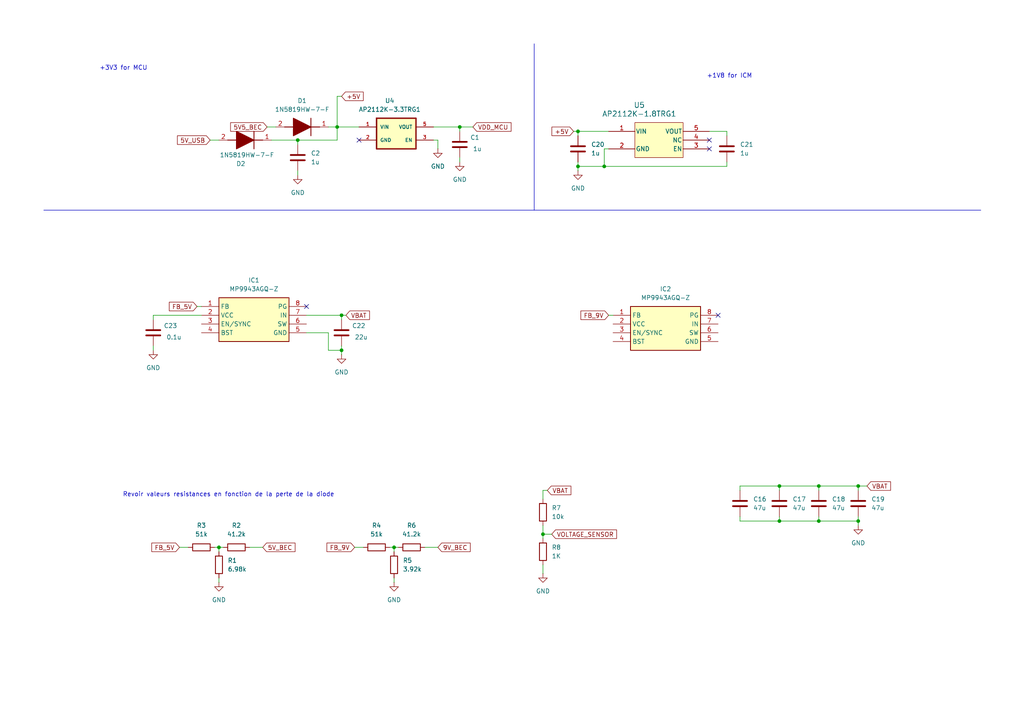
<source format=kicad_sch>
(kicad_sch (version 20250114) (generator "eeschema") (generator_version "9.0")
  (paper "A4")
  (lib_symbols
    (symbol "Device:C" (pin_numbers (hide yes)) (pin_names (offset 0.254))
      (property "Reference" "C" (at 0.635 2.54 0))
      (property "Value" "C" (at 0.635 -2.54 0))
      (symbol "C_0_1"
        (polyline (pts (xy -2.032 0.762) (xy 2.032 0.762)) (stroke (width 0.508)))
        (polyline (pts (xy -2.032 -0.762) (xy 2.032 -0.762)) (stroke (width 0.508)))
      )
      (symbol "C_1_1"
        (pin passive line (at 0 3.81 270) (length 2.794) (name "~") (number "1"))
        (pin passive line (at 0 -3.81 90) (length 2.794) (name "~") (number "2"))
      )
    )
    (symbol "Device:R" (pin_numbers (hide yes)) (pin_names (offset 0))
      (property "Reference" "R" (at 2.032 0 90))
      (property "Value" "R" (at 0 0 90))
      (symbol "R_0_1"
        (rectangle (start -1.016 -2.54) (end 1.016 2.54) (stroke (width 0.254)))
      )
      (symbol "R_1_1"
        (pin passive line (at 0 3.81 270) (length 1.27) (name "~") (number "1"))
        (pin passive line (at 0 -3.81 90) (length 1.27) (name "~") (number "2"))
      )
    )
    (symbol "fcg4:1N5819HW-7-F" (pin_names (hide yes))
      (property "Reference" "D" (at 1.016 6.858 0))
      (property "Value" "1N5819HW-7-F" (at 1.016 4.826 0))
      (symbol "1N5819HW-7-F_1_1"
        (polyline (pts (xy 2.54 0) (xy 5.08 0)) (stroke (width 0.254)))
        (polyline (pts (xy 5.08 2.54) (xy 5.08 -2.54)) (stroke (width 0.254)))
        (polyline (pts (xy 5.08 0) (xy 10.16 2.54) (xy 10.16 -2.54) (xy 5.08 0)) (stroke (width 0.254)) (fill (type outline)))
        (polyline (pts (xy 10.16 0) (xy 12.7 0)) (stroke (width 0.254)))
        (pin passive line (at 0 0 0) (length 2.54) (name "K") (number "1"))
        (pin passive line (at 15.24 0 180) (length 2.54) (name "A") (number "2"))
      )
    )
    (symbol "fcg4:AP2112K-1.8TRG1" (pin_names (offset 0.254))
      (property "Reference" "U" (at 20.32 10.16 0))
      (property "Value" "AP2112K-1.8TRG1" (at 20.32 7.62 0))
      (symbol "AP2112K-1.8TRG1_0_1"
        (pin unspecified line (at 11.43 2.54 0) (length 7.62) (name "VIN") (number "1"))
        (pin unspecified line (at 11.43 -2.54 0) (length 7.62) (name "GND") (number "2"))
        (pin unspecified line (at 40.64 2.54 180) (length 7.62) (name "VOUT") (number "5"))
        (pin unspecified line (at 40.64 0 180) (length 7.62) (name "NC") (number "4"))
        (pin unspecified line (at 40.64 -2.54 180) (length 7.62) (name "EN") (number "3"))
      )
      (symbol "AP2112K-1.8TRG1_1_1"
        (rectangle (start 19.05 5.08) (end 33.02 -5.08) (fill (type background)))
      )
    )
    (symbol "fcg4:AP2112K-3.3TRG1" (pin_names (offset 1.016))
      (property "Reference" "U" (at -7.663 8.6476 0))
      (property "Value" "AP2112K-3.3TRG1" (at -7.6489 -11.6507 0))
      (symbol "AP2112K-3.3TRG1_0_0"
        (rectangle (start -3.81 7.62) (end 7.62 -1.27) (stroke (width 0.41)) (fill (type background)))
        (pin power_in line (at -8.89 5.08 0) (length 5.08) (name "VIN") (number "1"))
        (pin power_in line (at -8.89 1.27 0) (length 5.08) (name "GND") (number "2"))
        (pin power_in line (at 12.7 5.08 180) (length 5.08) (name "VOUT") (number "5"))
        (pin input line (at 12.7 1.27 180) (length 5.08) (name "EN") (number "3"))
      )
    )
    (symbol "fcg4:MP9943AGQ-Z"
      (property "Reference" "IC" (at 26.67 7.62 0))
      (property "Value" "MP9943AGQ-Z" (at 26.67 5.08 0))
      (symbol "MP9943AGQ-Z_1_1"
        (rectangle (start 5.08 2.54) (end 25.4 -10.16) (stroke (width 0.254)) (fill (type background)))
        (pin passive line (at 0 0 0) (length 5.08) (name "FB") (number "1"))
        (pin passive line (at 0 -2.54 0) (length 5.08) (name "VCC") (number "2"))
        (pin passive line (at 0 -5.08 0) (length 5.08) (name "EN/SYNC") (number "3"))
        (pin passive line (at 0 -7.62 0) (length 5.08) (name "BST") (number "4"))
        (pin passive line (at 30.48 0 180) (length 5.08) (name "PG") (number "8"))
        (pin passive line (at 30.48 -2.54 180) (length 5.08) (name "IN") (number "7"))
        (pin passive line (at 30.48 -5.08 180) (length 5.08) (name "SW") (number "6"))
        (pin passive line (at 30.48 -7.62 180) (length 5.08) (name "GND") (number "5"))
      )
    )
    (symbol "power:GND" (power) (pin_numbers (hide yes)) (pin_names (offset 0) (hide yes))
      (property "Value" "GND" (at 0 -3.81 0))
      (symbol "GND_0_1"
        (polyline (pts (xy 0 0) (xy 0 -1.27) (xy 1.27 -1.27) (xy 0 -2.54) (xy -1.27 -1.27) (xy 0 -1.27)))
      )
      (symbol "GND_1_1"
        (pin power_in line (at 0 0 270) (length 0) (name "~") (number "1"))
      )
    )
  )
  (text "+3V3 for MCU\n" (at 35.814 19.812 0) (effects (font (size 1.27 1.27))))
  (text "+1V8 for ICM" (at 211.582 22.098 0) (effects (font (size 1.27 1.27))))
  (text "Revoir valeurs resistances en fonction de la perte de la diode\n" (at 66.294 143.51 0) (effects (font (size 1.27 1.27))))
  (junction (at 248.92 151.13))
  (junction (at 237.49 140.97))
  (junction (at 157.48 154.94))
  (junction (at 175.26 48.26))
  (junction (at 237.49 151.13))
  (junction (at 226.06 140.97))
  (junction (at 86.36 40.64))
  (junction (at 99.06 91.44))
  (junction (at 114.3 158.75))
  (junction (at 167.64 38.1))
  (junction (at 97.79 36.83))
  (junction (at 63.5 158.75))
  (junction (at 167.64 48.26))
  (junction (at 99.06 101.6))
  (junction (at 133.35 36.83))
  (junction (at 226.06 151.13))
  (junction (at 248.92 140.97))
  (no_connect (at 205.74 40.64))
  (no_connect (at 205.74 43.18))
  (no_connect (at 208.28 91.44))
  (no_connect (at 104.14 40.64))
  (no_connect (at 88.9 88.9))
  (wire (pts (xy 95.25 101.6) (xy 99.06 101.6)))
  (wire (pts (xy 226.06 140.97) (xy 226.06 142.24)))
  (wire (pts (xy 248.92 140.97) (xy 248.92 142.24)))
  (wire (pts (xy 167.64 49.53) (xy 167.64 48.26)))
  (wire (pts (xy 133.35 36.83) (xy 137.16 36.83)))
  (wire (pts (xy 97.79 36.83) (xy 97.79 40.64)))
  (wire (pts (xy 86.36 49.53) (xy 86.36 50.8)))
  (wire (pts (xy 158.75 142.24) (xy 157.48 142.24)))
  (wire (pts (xy 226.06 140.97) (xy 237.49 140.97)))
  (wire (pts (xy 77.47 36.83) (xy 80.01 36.83)))
  (wire (pts (xy 113.03 158.75) (xy 114.3 158.75)))
  (wire (pts (xy 60.96 40.64) (xy 63.5 40.64)))
  (wire (pts (xy 52.07 158.75) (xy 54.61 158.75)))
  (wire (pts (xy 44.45 100.33) (xy 44.45 101.6)))
  (wire (pts (xy 157.48 154.94) (xy 160.02 154.94)))
  (wire (pts (xy 127 43.18) (xy 127 40.64)))
  (wire (pts (xy 237.49 149.86) (xy 237.49 151.13)))
  (wire (pts (xy 248.92 149.86) (xy 248.92 151.13)))
  (wire (pts (xy 86.36 40.64) (xy 86.36 41.91)))
  (wire (pts (xy 62.23 158.75) (xy 63.5 158.75)))
  (wire (pts (xy 88.9 96.52) (xy 95.25 96.52)))
  (wire (pts (xy 123.19 158.75) (xy 127 158.75)))
  (wire (pts (xy 167.64 48.26) (xy 175.26 48.26)))
  (wire (pts (xy 214.63 140.97) (xy 226.06 140.97)))
  (wire (pts (xy 175.26 43.18) (xy 175.26 48.26)))
  (wire (pts (xy 63.5 158.75) (xy 63.5 160.02)))
  (wire (pts (xy 210.82 39.37) (xy 210.82 38.1)))
  (wire (pts (xy 57.15 88.9) (xy 58.42 88.9)))
  (wire (pts (xy 44.45 92.71) (xy 44.45 91.44)))
  (wire (pts (xy 125.73 36.83) (xy 133.35 36.83)))
  (wire (pts (xy 97.79 27.94) (xy 97.79 36.83)))
  (wire (pts (xy 72.39 158.75) (xy 76.2 158.75)))
  (wire (pts (xy 176.53 91.44) (xy 177.8 91.44)))
  (wire (pts (xy 157.48 142.24) (xy 157.48 144.78)))
  (wire (pts (xy 166.37 38.1) (xy 167.64 38.1)))
  (wire (pts (xy 63.5 158.75) (xy 64.77 158.75)))
  (wire (pts (xy 251.46 140.97) (xy 248.92 140.97)))
  (wire (pts (xy 157.48 163.83) (xy 157.48 166.37)))
  (wire (pts (xy 78.74 40.64) (xy 86.36 40.64)))
  (wire (pts (xy 210.82 48.26) (xy 175.26 48.26)))
  (wire (pts (xy 127 40.64) (xy 125.73 40.64)))
  (wire (pts (xy 167.64 38.1) (xy 167.64 39.37)))
  (wire (pts (xy 99.06 91.44) (xy 88.9 91.44)))
  (wire (pts (xy 99.06 101.6) (xy 99.06 102.87)))
  (wire (pts (xy 95.25 36.83) (xy 97.79 36.83)))
  (wire (pts (xy 226.06 151.13) (xy 237.49 151.13)))
  (wire (pts (xy 99.06 27.94) (xy 97.79 27.94)))
  (wire (pts (xy 237.49 151.13) (xy 248.92 151.13)))
  (wire (pts (xy 99.06 92.71) (xy 99.06 91.44)))
  (wire (pts (xy 44.45 91.44) (xy 58.42 91.44)))
  (wire (pts (xy 114.3 167.64) (xy 114.3 168.91)))
  (wire (pts (xy 133.35 36.83) (xy 133.35 38.1)))
  (wire (pts (xy 214.63 149.86) (xy 214.63 151.13)))
  (wire (pts (xy 248.92 151.13) (xy 248.92 152.4)))
  (wire (pts (xy 176.53 38.1) (xy 167.64 38.1)))
  (wire (pts (xy 176.53 43.18) (xy 175.26 43.18)))
  (wire (pts (xy 133.35 45.72) (xy 133.35 46.99)))
  (wire (pts (xy 114.3 158.75) (xy 114.3 160.02)))
  (polyline (pts (xy 12.7 60.96) (xy 154.94 60.96)))
  (wire (pts (xy 97.79 36.83) (xy 104.14 36.83)))
  (polyline (pts (xy 154.94 60.96) (xy 284.48 60.96)))
  (wire (pts (xy 210.82 46.99) (xy 210.82 48.26)))
  (wire (pts (xy 237.49 140.97) (xy 237.49 142.24)))
  (wire (pts (xy 63.5 167.64) (xy 63.5 168.91)))
  (wire (pts (xy 157.48 152.4) (xy 157.48 154.94)))
  (wire (pts (xy 99.06 91.44) (xy 100.33 91.44)))
  (wire (pts (xy 86.36 40.64) (xy 97.79 40.64)))
  (wire (pts (xy 214.63 142.24) (xy 214.63 140.97)))
  (wire (pts (xy 226.06 149.86) (xy 226.06 151.13)))
  (wire (pts (xy 214.63 151.13) (xy 226.06 151.13)))
  (wire (pts (xy 114.3 158.75) (xy 115.57 158.75)))
  (wire (pts (xy 95.25 96.52) (xy 95.25 101.6)))
  (wire (pts (xy 157.48 154.94) (xy 157.48 156.21)))
  (polyline (pts (xy 154.94 12.7) (xy 154.94 60.96)))
  (wire (pts (xy 102.87 158.75) (xy 105.41 158.75)))
  (wire (pts (xy 99.06 100.33) (xy 99.06 101.6)))
  (wire (pts (xy 205.74 38.1) (xy 210.82 38.1)))
  (wire (pts (xy 167.64 46.99) (xy 167.64 48.26)))
  (wire (pts (xy 237.49 140.97) (xy 248.92 140.97)))
  (global_label "VOLTAGE_SENSOR" (shape input) (at 160.02 154.94 0) (property "Intersheetrefs" "${INTERSHEET_REFS}" (effects (hide yes))))
  (global_label "VBAT" (shape input) (at 158.75 142.24 0) (property "Intersheetrefs" "${INTERSHEET_REFS}" (effects (hide yes))))
  (global_label "VDD_MCU" (shape input) (at 137.16 36.83 0) (property "Intersheetrefs" "${INTERSHEET_REFS}" (effects (hide yes))))
  (global_label "VBAT" (shape input) (at 251.46 140.97 0) (property "Intersheetrefs" "${INTERSHEET_REFS}" (effects (hide yes))))
  (global_label "FB_5V" (shape input) (at 57.15 88.9 180) (property "Intersheetrefs" "${INTERSHEET_REFS}" (effects (hide yes))))
  (global_label "5V5_BEC" (shape input) (at 77.47 36.83 180) (property "Intersheetrefs" "${INTERSHEET_REFS}" (effects (hide yes))))
  (global_label "FB_9V" (shape input) (at 102.87 158.75 180) (property "Intersheetrefs" "${INTERSHEET_REFS}" (effects (hide yes))))
  (global_label "9V_BEC" (shape input) (at 127 158.75 0) (property "Intersheetrefs" "${INTERSHEET_REFS}" (effects (hide yes))))
  (global_label "5V_BEC" (shape input) (at 76.2 158.75 0) (property "Intersheetrefs" "${INTERSHEET_REFS}" (effects (hide yes))))
  (global_label "FB_5V" (shape input) (at 52.07 158.75 180) (property "Intersheetrefs" "${INTERSHEET_REFS}" (effects (hide yes))))
  (global_label "FB_9V" (shape input) (at 176.53 91.44 180) (property "Intersheetrefs" "${INTERSHEET_REFS}" (effects (hide yes))))
  (global_label "+5V" (shape input) (at 99.06 27.94 0) (property "Intersheetrefs" "${INTERSHEET_REFS}" (effects (hide yes))))
  (global_label "VBAT" (shape input) (at 100.33 91.44 0) (property "Intersheetrefs" "${INTERSHEET_REFS}" (effects (hide yes))))
  (global_label "+5V" (shape input) (at 166.37 38.1 180) (property "Intersheetrefs" "${INTERSHEET_REFS}" (effects (hide yes))))
  (global_label "5V_USB" (shape input) (at 60.96 40.64 180) (property "Intersheetrefs" "${INTERSHEET_REFS}" (effects (hide yes))))
  (symbol (lib_id "Device:C") (at 133.35 41.91 0) (unit 1)
    (property "Reference" "C1" (at 136.398 39.878 0) (effects (justify left)))
    (property "Value" "1u" (at 137.16 43.1799 0) (effects (justify left)))
    (property "Description" "Unpolarized capacitor" (effects (hide yes)))
  )
  (symbol (lib_id "Device:R") (at 63.5 163.83 0) (unit 1)
    (property "Reference" "R1" (at 66.04 162.5599 0) (effects (justify left)))
    (property "Value" "6.98k" (at 66.04 165.0999 0) (effects (justify left)))
    (property "Description" "Resistor" (effects (hide yes)))
  )
  (symbol (lib_id "power:GND") (at 63.5 168.91 0) (unit 1)
    (property "Reference" "#PWR01" (effects (hide yes)))
    (property "Value" "GND" (at 63.5 173.99 0))
    (property "Description" "Power symbol creates a global label with name \"GND\" , ground" (effects (hide yes)))
  )
  (symbol (lib_id "Device:C") (at 226.06 146.05 0) (unit 1)
    (property "Reference" "C17" (at 229.87 144.7799 0) (effects (justify left)))
    (property "Value" "47u" (at 229.87 147.3199 0) (effects (justify left)))
    (property "Description" "Unpolarized capacitor" (effects (hide yes)))
  )
  (symbol (lib_id "Device:R") (at 114.3 163.83 0) (unit 1)
    (property "Reference" "R5" (at 116.84 162.5599 0) (effects (justify left)))
    (property "Value" "3.92k" (at 116.84 165.0999 0) (effects (justify left)))
    (property "Description" "Resistor" (effects (hide yes)))
  )
  (symbol (lib_id "Device:C") (at 214.63 146.05 0) (unit 1)
    (property "Reference" "C16" (at 218.44 144.7799 0) (effects (justify left)))
    (property "Value" "47u" (at 218.44 147.3199 0) (effects (justify left)))
    (property "Description" "Unpolarized capacitor" (effects (hide yes)))
  )
  (symbol (lib_id "Device:R") (at 119.38 158.75 90) (unit 1)
    (property "Reference" "R6" (at 119.38 152.4 90))
    (property "Value" "41.2k" (at 119.38 154.94 90))
    (property "Description" "Resistor" (effects (hide yes)))
  )
  (symbol (lib_id "Device:C") (at 248.92 146.05 0) (unit 1)
    (property "Reference" "C19" (at 252.73 144.7799 0) (effects (justify left)))
    (property "Value" "47u" (at 252.73 147.3199 0) (effects (justify left)))
    (property "Description" "Unpolarized capacitor" (effects (hide yes)))
  )
  (symbol (lib_id "power:GND") (at 133.35 46.99 0) (unit 1)
    (property "Reference" "#PWR014" (effects (hide yes)))
    (property "Value" "GND" (at 133.35 52.07 0))
    (property "Description" "Power symbol creates a global label with name \"GND\" , ground" (effects (hide yes)))
  )
  (symbol (lib_id "Device:C") (at 99.06 96.52 0) (unit 1)
    (property "Reference" "C22" (at 102.108 94.488 0) (effects (justify left)))
    (property "Value" "22u" (at 102.87 97.7899 0) (effects (justify left)))
    (property "Description" "Unpolarized capacitor" (effects (hide yes)))
  )
  (symbol (lib_id "Device:R") (at 58.42 158.75 90) (unit 1)
    (property "Reference" "R3" (at 58.42 152.4 90))
    (property "Value" "51k" (at 58.42 154.94 90))
    (property "Description" "Resistor" (effects (hide yes)))
  )
  (symbol (lib_id "power:GND") (at 167.64 49.53 0) (unit 1)
    (property "Reference" "#PWR012" (effects (hide yes)))
    (property "Value" "GND" (at 167.64 54.61 0))
    (property "Description" "Power symbol creates a global label with name \"GND\" , ground" (effects (hide yes)))
  )
  (symbol (lib_id "fcg4:AP2112K-1.8TRG1") (at 165.1 40.64 0) (unit 1)
    (property "Reference" "U5" (at 185.42 30.48 0) (effects (font (size 1.524 1.524))))
    (property "Value" "AP2112K-1.8TRG1" (at 185.42 33.02 0) (effects (font (size 1.524 1.524))))
    (property "Footprint" "fcg4_fp:AP2112K-1.8TRG1_DIO" (effects (hide yes)))
    (property "Datasheet" "AP2112K-1.8TRG1" (effects (hide yes)))
  )
  (symbol (lib_id "Device:C") (at 237.49 146.05 0) (unit 1)
    (property "Reference" "C18" (at 241.3 144.7799 0) (effects (justify left)))
    (property "Value" "47u" (at 241.3 147.3199 0) (effects (justify left)))
    (property "Description" "Unpolarized capacitor" (effects (hide yes)))
  )
  (symbol (lib_id "power:GND") (at 157.48 166.37 0) (unit 1)
    (property "Reference" "#PWR03" (effects (hide yes)))
    (property "Value" "GND" (at 157.48 171.45 0))
    (property "Description" "Power symbol creates a global label with name \"GND\" , ground" (effects (hide yes)))
  )
  (symbol (lib_id "Device:R") (at 68.58 158.75 90) (unit 1)
    (property "Reference" "R2" (at 68.58 152.4 90))
    (property "Value" "41.2k" (at 68.58 154.94 90))
    (property "Description" "Resistor" (effects (hide yes)))
  )
  (symbol (lib_id "fcg4:1N5819HW-7-F") (at 95.25 36.83 180) (unit 1)
    (property "Reference" "D1" (at 87.63 29.21 0))
    (property "Value" "1N5819HW-7-F" (at 87.63 31.75 0))
    (property "Footprint" "SOD3716X145M" (effects (hide yes)))
    (property "Datasheet" "https://www.diodes.com//assets/Datasheets/1N5819HW.pdf" (effects (hide yes)))
    (property "Description" "Diode Schottky 1A 40V SOD123 Diodes Inc 1N5819HW-7-F, SMT Schottky Diode, 40V 1A, 2-Pin SOD-123" (effects (hide yes)))
    (property "Height" "1.45" (effects (hide yes)))
    (property "Mouser Part Number" "621-1N5819HW-F" (effects (hide yes)))
    (property "Mouser Price/Stock" "https://www.mouser.co.uk/ProductDetail/Diodes-Incorporated/1N5819HW-7-F?qs=NQ47qNm99eDyWTEd07miYA%3D%3D" (effects (hide yes)))
    (property "Manufacturer_Name" "Diodes Incorporated" (effects (hide yes)))
    (property "Manufacturer_Part_Number" "1N5819HW-7-F" (effects (hide yes)))
  )
  (symbol (lib_id "fcg4:AP2112K-3.3TRG1") (at 113.03 41.91 0) (unit 1)
    (property "Reference" "U4" (at 113.03 29.21 0))
    (property "Value" "AP2112K-3.3TRG1" (at 113.03 31.75 0))
    (property "Footprint" "fcg4_fp:SOT95P285X140-5N" (effects (hide yes)))
    (property "DigiKey_Part_Number" "AP2112K-3.3TRG1DICT-ND" (effects (hide yes)))
    (property "SnapEDA_Link" "https://www.snapeda.com/parts/AP2112K-3.3TRG1/Diodes+Inc./view-part/?ref=snap" (effects (hide yes)))
    (property "Description_1" "Voltage Regulators, LDO, 600mA CMOS LDO 50mA 3.3V 250mV | Diodes Inc AP2112K-3.3TRG1" (effects (hide yes)))
    (property "Package" "SOT-753 Diodes Inc." (effects (hide yes)))
    (property "Check_prices" "https://www.snapeda.com/parts/AP2112K-3.3TRG1/Diodes+Inc./view-part/?ref=eda" (effects (hide yes)))
    (property "PARTREV" "2-2" (effects (hide yes)))
    (property "MF" "Diodes Inc." (effects (hide yes)))
    (property "MP" "AP2112K-3.3TRG1" (effects (hide yes)))
    (property "MANUFACTURER" "Diodes Inc." (effects (hide yes)))
  )
  (symbol (lib_id "fcg4:1N5819HW-7-F") (at 78.74 40.64 180) (unit 1)
    (property "Reference" "D2" (at 69.85 47.498 0))
    (property "Value" "1N5819HW-7-F" (at 71.628 44.958 0))
    (property "Footprint" "SOD3716X145M" (effects (hide yes)))
    (property "Datasheet" "https://www.diodes.com//assets/Datasheets/1N5819HW.pdf" (effects (hide yes)))
    (property "Description" "Diode Schottky 1A 40V SOD123 Diodes Inc 1N5819HW-7-F, SMT Schottky Diode, 40V 1A, 2-Pin SOD-123" (effects (hide yes)))
    (property "Height" "1.45" (effects (hide yes)))
    (property "Mouser Part Number" "621-1N5819HW-F" (effects (hide yes)))
    (property "Mouser Price/Stock" "https://www.mouser.co.uk/ProductDetail/Diodes-Incorporated/1N5819HW-7-F?qs=NQ47qNm99eDyWTEd07miYA%3D%3D" (effects (hide yes)))
    (property "Manufacturer_Name" "Diodes Incorporated" (effects (hide yes)))
    (property "Manufacturer_Part_Number" "1N5819HW-7-F" (effects (hide yes)))
  )
  (symbol (lib_id "power:GND") (at 44.45 101.6 0) (unit 1)
    (property "Reference" "#PWR016" (effects (hide yes)))
    (property "Value" "GND" (at 44.45 106.68 0))
    (property "Description" "Power symbol creates a global label with name \"GND\" , ground" (effects (hide yes)))
  )
  (symbol (lib_id "power:GND") (at 99.06 102.87 0) (unit 1)
    (property "Reference" "#PWR015" (effects (hide yes)))
    (property "Value" "GND" (at 99.06 107.95 0))
    (property "Description" "Power symbol creates a global label with name \"GND\" , ground" (effects (hide yes)))
  )
  (symbol (lib_id "Device:C") (at 167.64 43.18 0) (unit 1)
    (property "Reference" "C20" (at 171.45 41.9099 0) (effects (justify left)))
    (property "Value" "1u" (at 171.45 44.4499 0) (effects (justify left)))
    (property "Description" "Unpolarized capacitor" (effects (hide yes)))
  )
  (symbol (lib_id "Device:R") (at 157.48 148.59 0) (unit 1)
    (property "Reference" "R7" (at 160.02 147.3199 0) (effects (justify left)))
    (property "Value" "10k" (at 160.02 149.8599 0) (effects (justify left)))
    (property "Description" "Resistor" (effects (hide yes)))
  )
  (symbol (lib_id "power:GND") (at 127 43.18 0) (unit 1)
    (property "Reference" "#PWR011" (effects (hide yes)))
    (property "Value" "GND" (at 127 48.26 0))
    (property "Description" "Power symbol creates a global label with name \"GND\" , ground" (effects (hide yes)))
  )
  (symbol (lib_id "power:GND") (at 248.92 152.4 0) (unit 1)
    (property "Reference" "#PWR010" (effects (hide yes)))
    (property "Value" "GND" (at 248.92 157.48 0))
    (property "Description" "Power symbol creates a global label with name \"GND\" , ground" (effects (hide yes)))
  )
  (symbol (lib_id "Device:R") (at 157.48 160.02 0) (unit 1)
    (property "Reference" "R8" (at 160.02 158.7499 0) (effects (justify left)))
    (property "Value" "1K" (at 160.02 161.2899 0) (effects (justify left)))
    (property "Description" "Resistor" (effects (hide yes)))
  )
  (symbol (lib_id "Device:C") (at 44.45 96.52 0) (unit 1)
    (property "Reference" "C23" (at 47.498 94.488 0) (effects (justify left)))
    (property "Value" "0.1u" (at 48.26 97.7899 0) (effects (justify left)))
    (property "Description" "Unpolarized capacitor" (effects (hide yes)))
  )
  (symbol (lib_id "power:GND") (at 114.3 168.91 0) (unit 1)
    (property "Reference" "#PWR02" (effects (hide yes)))
    (property "Value" "GND" (at 114.3 173.99 0))
    (property "Description" "Power symbol creates a global label with name \"GND\" , ground" (effects (hide yes)))
  )
  (symbol (lib_id "Device:C") (at 86.36 45.72 0) (unit 1)
    (property "Reference" "C2" (at 90.17 44.4499 0) (effects (justify left)))
    (property "Value" "1u" (at 90.17 46.9899 0) (effects (justify left)))
    (property "Description" "Unpolarized capacitor" (effects (hide yes)))
  )
  (symbol (lib_id "power:GND") (at 86.36 50.8 0) (unit 1)
    (property "Reference" "#PWR013" (effects (hide yes)))
    (property "Value" "GND" (at 86.36 55.88 0))
    (property "Description" "Power symbol creates a global label with name \"GND\" , ground" (effects (hide yes)))
  )
  (symbol (lib_id "Device:C") (at 210.82 43.18 0) (unit 1)
    (property "Reference" "C21" (at 214.63 41.9099 0) (effects (justify left)))
    (property "Value" "1u" (at 214.63 44.4499 0) (effects (justify left)))
    (property "Description" "Unpolarized capacitor" (effects (hide yes)))
  )
  (symbol (lib_id "fcg4:MP9943AGQ-Z") (at 177.8 91.44 0) (unit 1)
    (property "Reference" "IC2" (at 193.04 83.82 0))
    (property "Value" "MP9943AGQ-Z" (at 193.04 86.36 0))
    (property "Footprint" "SON65P300X300X100-8M" (effects (hide yes)))
    (property "Datasheet" "https://www.monolithicpower.com/en/documentview/productdocument/index/version/2/document_type/Datasheet/lang/en/sku/MP9943A/document_id/1024" (effects (hide yes)))
    (property "Description" "Buck Switching Regulator IC Positive Adjustable 0.8V 1 Output 3A 8-VDFN" (effects (hide yes)))
    (property "Height" "1" (effects (hide yes)))
    (property "Mouser Part Number" "946-MP9943AGQ-Z" (effects (hide yes)))
    (property "Mouser Price/Stock" "https://www.mouser.co.uk/ProductDetail/Monolithic-Power-Systems-MPS/MP9943AGQ-Z?qs=cslStgdnz9Ooxd5hTfzQqw%3D%3D" (effects (hide yes)))
    (property "Manufacturer_Name" "Monolithic Power Systems (MPS)" (effects (hide yes)))
    (property "Manufacturer_Part_Number" "MP9943AGQ-Z" (effects (hide yes)))
  )
  (symbol (lib_id "Device:R") (at 109.22 158.75 90) (unit 1)
    (property "Reference" "R4" (at 109.22 152.4 90))
    (property "Value" "51k" (at 109.22 154.94 90))
    (property "Description" "Resistor" (effects (hide yes)))
  )
  (symbol (lib_id "fcg4:MP9943AGQ-Z") (at 58.42 88.9 0) (unit 1)
    (property "Reference" "IC1" (at 73.66 81.28 0))
    (property "Value" "MP9943AGQ-Z" (at 73.66 83.82 0))
    (property "Footprint" "SON65P300X300X100-8M" (effects (hide yes)))
    (property "Datasheet" "https://www.monolithicpower.com/en/documentview/productdocument/index/version/2/document_type/Datasheet/lang/en/sku/MP9943A/document_id/1024" (effects (hide yes)))
    (property "Description" "Buck Switching Regulator IC Positive Adjustable 0.8V 1 Output 3A 8-VDFN" (effects (hide yes)))
    (property "Height" "1" (effects (hide yes)))
    (property "Mouser Part Number" "946-MP9943AGQ-Z" (effects (hide yes)))
    (property "Mouser Price/Stock" "https://www.mouser.co.uk/ProductDetail/Monolithic-Power-Systems-MPS/MP9943AGQ-Z?qs=cslStgdnz9Ooxd5hTfzQqw%3D%3D" (effects (hide yes)))
    (property "Manufacturer_Name" "Monolithic Power Systems (MPS)" (effects (hide yes)))
    (property "Manufacturer_Part_Number" "MP9943AGQ-Z" (effects (hide yes)))
  )
)
</source>
